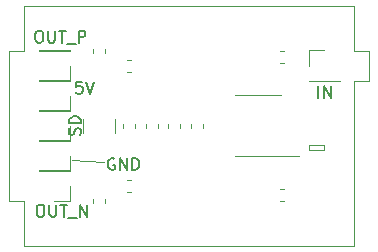
<source format=gbr>
%TF.GenerationSoftware,KiCad,Pcbnew,(5.1.9)-1*%
%TF.CreationDate,2021-08-02T18:10:52+02:00*%
%TF.ProjectId,10_Audio_Facile,31305f41-7564-4696-9f5f-466163696c65,rev?*%
%TF.SameCoordinates,Original*%
%TF.FileFunction,Legend,Top*%
%TF.FilePolarity,Positive*%
%FSLAX46Y46*%
G04 Gerber Fmt 4.6, Leading zero omitted, Abs format (unit mm)*
G04 Created by KiCad (PCBNEW (5.1.9)-1) date 2021-08-02 18:10:52*
%MOMM*%
%LPD*%
G01*
G04 APERTURE LIST*
%ADD10C,0.150000*%
%ADD11C,0.120000*%
%TA.AperFunction,Profile*%
%ADD12C,0.050000*%
%TD*%
G04 APERTURE END LIST*
D10*
X106322761Y-71905714D02*
X106370380Y-71762857D01*
X106370380Y-71524761D01*
X106322761Y-71429523D01*
X106275142Y-71381904D01*
X106179904Y-71334285D01*
X106084666Y-71334285D01*
X105989428Y-71381904D01*
X105941809Y-71429523D01*
X105894190Y-71524761D01*
X105846571Y-71715238D01*
X105798952Y-71810476D01*
X105751333Y-71858095D01*
X105656095Y-71905714D01*
X105560857Y-71905714D01*
X105465619Y-71858095D01*
X105418000Y-71810476D01*
X105370380Y-71715238D01*
X105370380Y-71477142D01*
X105418000Y-71334285D01*
X106370380Y-70905714D02*
X105370380Y-70905714D01*
X105370380Y-70667619D01*
X105418000Y-70524761D01*
X105513238Y-70429523D01*
X105608476Y-70381904D01*
X105798952Y-70334285D01*
X105941809Y-70334285D01*
X106132285Y-70381904D01*
X106227523Y-70429523D01*
X106322761Y-70524761D01*
X106370380Y-70667619D01*
X106370380Y-70905714D01*
X102767047Y-63079380D02*
X102957523Y-63079380D01*
X103052761Y-63127000D01*
X103148000Y-63222238D01*
X103195619Y-63412714D01*
X103195619Y-63746047D01*
X103148000Y-63936523D01*
X103052761Y-64031761D01*
X102957523Y-64079380D01*
X102767047Y-64079380D01*
X102671809Y-64031761D01*
X102576571Y-63936523D01*
X102528952Y-63746047D01*
X102528952Y-63412714D01*
X102576571Y-63222238D01*
X102671809Y-63127000D01*
X102767047Y-63079380D01*
X103624190Y-63079380D02*
X103624190Y-63888904D01*
X103671809Y-63984142D01*
X103719428Y-64031761D01*
X103814666Y-64079380D01*
X104005142Y-64079380D01*
X104100380Y-64031761D01*
X104148000Y-63984142D01*
X104195619Y-63888904D01*
X104195619Y-63079380D01*
X104528952Y-63079380D02*
X105100380Y-63079380D01*
X104814666Y-64079380D02*
X104814666Y-63079380D01*
X105195619Y-64174619D02*
X105957523Y-64174619D01*
X106195619Y-64079380D02*
X106195619Y-63079380D01*
X106576571Y-63079380D01*
X106671809Y-63127000D01*
X106719428Y-63174619D01*
X106767047Y-63269857D01*
X106767047Y-63412714D01*
X106719428Y-63507952D01*
X106671809Y-63555571D01*
X106576571Y-63603190D01*
X106195619Y-63603190D01*
X106489523Y-67397380D02*
X106013333Y-67397380D01*
X105965714Y-67873571D01*
X106013333Y-67825952D01*
X106108571Y-67778333D01*
X106346666Y-67778333D01*
X106441904Y-67825952D01*
X106489523Y-67873571D01*
X106537142Y-67968809D01*
X106537142Y-68206904D01*
X106489523Y-68302142D01*
X106441904Y-68349761D01*
X106346666Y-68397380D01*
X106108571Y-68397380D01*
X106013333Y-68349761D01*
X105965714Y-68302142D01*
X106822857Y-67397380D02*
X107156190Y-68397380D01*
X107489523Y-67397380D01*
D11*
X108331000Y-74168000D02*
X105664000Y-74041000D01*
D10*
X102870238Y-77811380D02*
X103060714Y-77811380D01*
X103155952Y-77859000D01*
X103251190Y-77954238D01*
X103298809Y-78144714D01*
X103298809Y-78478047D01*
X103251190Y-78668523D01*
X103155952Y-78763761D01*
X103060714Y-78811380D01*
X102870238Y-78811380D01*
X102775000Y-78763761D01*
X102679761Y-78668523D01*
X102632142Y-78478047D01*
X102632142Y-78144714D01*
X102679761Y-77954238D01*
X102775000Y-77859000D01*
X102870238Y-77811380D01*
X103727380Y-77811380D02*
X103727380Y-78620904D01*
X103775000Y-78716142D01*
X103822619Y-78763761D01*
X103917857Y-78811380D01*
X104108333Y-78811380D01*
X104203571Y-78763761D01*
X104251190Y-78716142D01*
X104298809Y-78620904D01*
X104298809Y-77811380D01*
X104632142Y-77811380D02*
X105203571Y-77811380D01*
X104917857Y-78811380D02*
X104917857Y-77811380D01*
X105298809Y-78906619D02*
X106060714Y-78906619D01*
X106298809Y-78811380D02*
X106298809Y-77811380D01*
X106870238Y-78811380D01*
X106870238Y-77811380D01*
X126476190Y-68778380D02*
X126476190Y-67778380D01*
X126952380Y-68778380D02*
X126952380Y-67778380D01*
X127523809Y-68778380D01*
X127523809Y-67778380D01*
D11*
X127000000Y-73152000D02*
X126873000Y-73152000D01*
X127000000Y-72771000D02*
X127000000Y-73152000D01*
X125730000Y-72771000D02*
X127000000Y-72771000D01*
X125730000Y-73152000D02*
X125730000Y-72771000D01*
X126873000Y-73152000D02*
X125730000Y-73152000D01*
X125730000Y-73152000D02*
X126873000Y-73152000D01*
D10*
X109220095Y-73922000D02*
X109124857Y-73874380D01*
X108982000Y-73874380D01*
X108839142Y-73922000D01*
X108743904Y-74017238D01*
X108696285Y-74112476D01*
X108648666Y-74302952D01*
X108648666Y-74445809D01*
X108696285Y-74636285D01*
X108743904Y-74731523D01*
X108839142Y-74826761D01*
X108982000Y-74874380D01*
X109077238Y-74874380D01*
X109220095Y-74826761D01*
X109267714Y-74779142D01*
X109267714Y-74445809D01*
X109077238Y-74445809D01*
X109696285Y-74874380D02*
X109696285Y-73874380D01*
X110267714Y-74874380D01*
X110267714Y-73874380D01*
X110743904Y-74874380D02*
X110743904Y-73874380D01*
X110982000Y-73874380D01*
X111124857Y-73922000D01*
X111220095Y-74017238D01*
X111267714Y-74112476D01*
X111315333Y-74302952D01*
X111315333Y-74445809D01*
X111267714Y-74636285D01*
X111220095Y-74731523D01*
X111124857Y-74826761D01*
X110982000Y-74874380D01*
X110743904Y-74874380D01*
D12*
X130810000Y-67310000D02*
X129540000Y-67310000D01*
X130810000Y-64770000D02*
X130810000Y-67310000D01*
X129540000Y-64770000D02*
X130810000Y-64770000D01*
X129540000Y-60960000D02*
X129540000Y-64770000D01*
X129540000Y-67310000D02*
X129540000Y-81280000D01*
X101600000Y-60960000D02*
X129540000Y-60960000D01*
X101600000Y-77470000D02*
X101600000Y-81280000D01*
X100330000Y-77470000D02*
X101600000Y-77470000D01*
X101600000Y-60960000D02*
X101600000Y-64770000D01*
X101600000Y-64770000D02*
X100330000Y-64770000D01*
X129540000Y-81280000D02*
X101600000Y-81280000D01*
X100330000Y-77470000D02*
X100330000Y-64770000D01*
D11*
%TO.C,C1*%
X106590000Y-71722064D02*
X106590000Y-70517936D01*
X109310000Y-71722064D02*
X109310000Y-70517936D01*
%TO.C,C2*%
X109980000Y-71291267D02*
X109980000Y-70948733D01*
X111000000Y-71291267D02*
X111000000Y-70948733D01*
%TO.C,C3*%
X111885000Y-71291267D02*
X111885000Y-70948733D01*
X112905000Y-71291267D02*
X112905000Y-70948733D01*
%TO.C,C4*%
X113790000Y-71291267D02*
X113790000Y-70948733D01*
X114810000Y-71291267D02*
X114810000Y-70948733D01*
%TO.C,C5*%
X115695000Y-71291267D02*
X115695000Y-70948733D01*
X116715000Y-71291267D02*
X116715000Y-70948733D01*
%TO.C,C6*%
X107440000Y-64941267D02*
X107440000Y-64598733D01*
X108460000Y-64941267D02*
X108460000Y-64598733D01*
%TO.C,C7*%
X123272733Y-76452000D02*
X123615267Y-76452000D01*
X123272733Y-77472000D02*
X123615267Y-77472000D01*
%TO.C,C8*%
X123272733Y-64768000D02*
X123615267Y-64768000D01*
X123272733Y-65788000D02*
X123615267Y-65788000D01*
%TO.C,C9*%
X107440000Y-77641267D02*
X107440000Y-77298733D01*
X108460000Y-77641267D02*
X108460000Y-77298733D01*
%TO.C,FB1*%
X110661267Y-66550000D02*
X110318733Y-66550000D01*
X110661267Y-65530000D02*
X110318733Y-65530000D01*
%TO.C,FB2*%
X110661267Y-76710000D02*
X110318733Y-76710000D01*
X110661267Y-75690000D02*
X110318733Y-75690000D01*
%TO.C,U1*%
X121412000Y-68560000D02*
X119462000Y-68560000D01*
X121412000Y-68560000D02*
X123362000Y-68560000D01*
X121412000Y-73680000D02*
X119462000Y-73680000D01*
X121412000Y-73680000D02*
X124862000Y-73680000D01*
%TO.C,J1*%
X105470000Y-67250000D02*
X102810000Y-67250000D01*
X105470000Y-67310000D02*
X105470000Y-67250000D01*
X102810000Y-67310000D02*
X102810000Y-67250000D01*
X105470000Y-67310000D02*
X102810000Y-67310000D01*
X105470000Y-68580000D02*
X105470000Y-69910000D01*
X105470000Y-69910000D02*
X104140000Y-69910000D01*
%TO.C,J2*%
X105470000Y-69790000D02*
X102810000Y-69790000D01*
X105470000Y-69850000D02*
X105470000Y-69790000D01*
X102810000Y-69850000D02*
X102810000Y-69790000D01*
X105470000Y-69850000D02*
X102810000Y-69850000D01*
X105470000Y-71120000D02*
X105470000Y-72450000D01*
X105470000Y-72450000D02*
X104140000Y-72450000D01*
%TO.C,J3*%
X105470000Y-72330000D02*
X102810000Y-72330000D01*
X105470000Y-72390000D02*
X105470000Y-72330000D01*
X102810000Y-72390000D02*
X102810000Y-72330000D01*
X105470000Y-72390000D02*
X102810000Y-72390000D01*
X105470000Y-73660000D02*
X105470000Y-74990000D01*
X105470000Y-74990000D02*
X104140000Y-74990000D01*
%TO.C,J4*%
X125670000Y-67370000D02*
X128330000Y-67370000D01*
X125670000Y-67310000D02*
X125670000Y-67370000D01*
X128330000Y-67310000D02*
X128330000Y-67370000D01*
X125670000Y-67310000D02*
X128330000Y-67310000D01*
X125670000Y-66040000D02*
X125670000Y-64710000D01*
X125670000Y-64710000D02*
X127000000Y-64710000D01*
%TO.C,J5*%
X105470000Y-64710000D02*
X102810000Y-64710000D01*
X105470000Y-64770000D02*
X105470000Y-64710000D01*
X102810000Y-64770000D02*
X102810000Y-64710000D01*
X105470000Y-64770000D02*
X102810000Y-64770000D01*
X105470000Y-66040000D02*
X105470000Y-67370000D01*
X105470000Y-67370000D02*
X104140000Y-67370000D01*
%TO.C,J6*%
X105470000Y-74870000D02*
X102810000Y-74870000D01*
X105470000Y-74930000D02*
X105470000Y-74870000D01*
X102810000Y-74930000D02*
X102810000Y-74870000D01*
X105470000Y-74930000D02*
X102810000Y-74930000D01*
X105470000Y-76200000D02*
X105470000Y-77530000D01*
X105470000Y-77530000D02*
X104140000Y-77530000D01*
%TD*%
M02*

</source>
